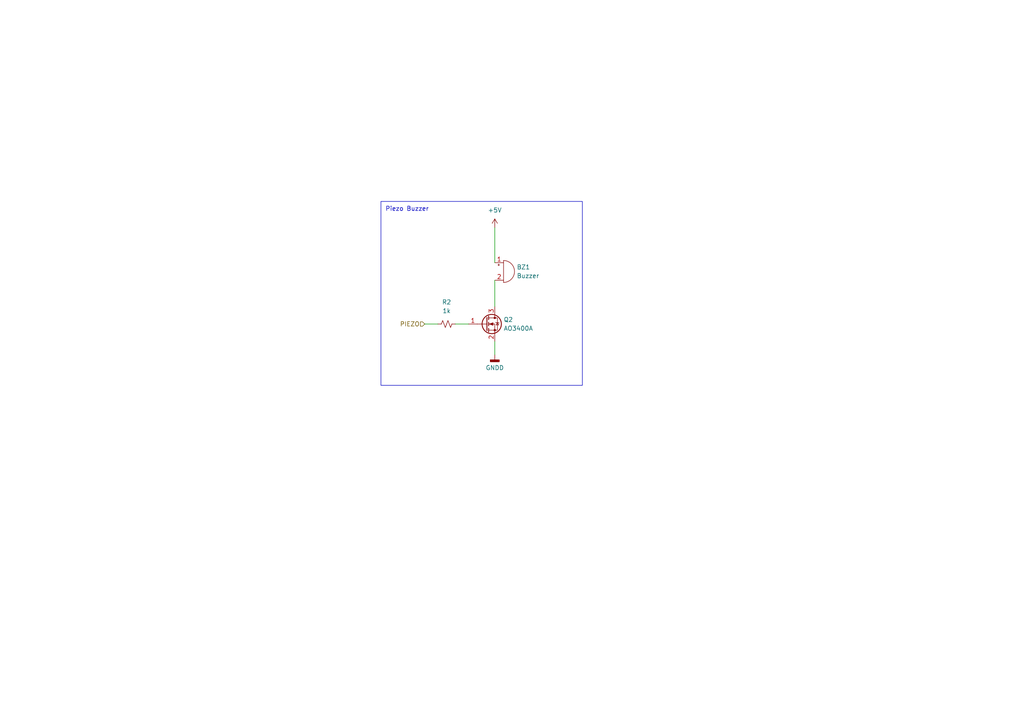
<source format=kicad_sch>
(kicad_sch (version 20231120) (generator "eeschema") (generator_version "8.0")
  (paper "A4")
  (lib_symbols
    (symbol "Device:Buzzer" (pin_names (offset 0.0254) hide)
      (property "Reference" "BZ" (at 3.81 1.27 0))
      (property "Value" "Buzzer" (at 3.81 -1.27 0))
      (symbol "Buzzer_0_1"
        (arc (start 0 -3.175) (mid 3.1612 0) (end 0 3.175))
        (polyline (pts (xy -1.651 1.905) (xy -1.143 1.905)))
        (polyline (pts (xy -1.397 2.159) (xy -1.397 1.651)))
        (polyline (pts (xy 0 3.175) (xy 0 -3.175)))
      )
      (symbol "Buzzer_1_1"
        (pin passive line (at -2.54 2.54 0) (length 2.54) (name "+") (number "1"))
        (pin passive line (at -2.54 -2.54 0) (length 2.54) (name "-") (number "2"))
      )
    )
    (symbol "Device:R_Small_US" (pin_numbers hide) (pin_names (offset 0.254) hide)
      (property "Reference" "R" (at 0.762 0.508 0))
      (property "Value" "R_Small_US" (at 0.762 -1.016 0))
      (symbol "R_Small_US_1_1"
        (polyline (pts (xy 0 0) (xy 1.016 -0.381) (xy 0 -0.762) (xy -1.016 -1.143) (xy 0 -1.524)))
        (polyline (pts (xy 0 1.524) (xy 1.016 1.143) (xy 0 0.762) (xy -1.016 0.381) (xy 0 0)))
        (pin passive line (at 0 2.54 270) (length 1.016) (name "~") (number "1"))
        (pin passive line (at 0 -2.54 90) (length 1.016) (name "~") (number "2"))
      )
    )
    (symbol "Transistor_FET:AO3400A" (pin_names hide)
      (property "Reference" "Q" (at 5.08 1.905 0))
      (property "Value" "AO3400A" (at 5.08 0 0))
      (symbol "AO3400A_0_1"
        (polyline (pts (xy 0.254 0) (xy -2.54 0)))
        (polyline (pts (xy 0.254 1.905) (xy 0.254 -1.905)) (stroke (width 0.254)))
        (polyline (pts (xy 0.762 -1.27) (xy 0.762 -2.286)) (stroke (width 0.254)))
        (polyline (pts (xy 0.762 0.508) (xy 0.762 -0.508)) (stroke (width 0.254)))
        (polyline (pts (xy 0.762 2.286) (xy 0.762 1.27)) (stroke (width 0.254)))
        (polyline (pts (xy 2.54 2.54) (xy 2.54 1.778)))
        (polyline (pts (xy 2.54 -2.54) (xy 2.54 0) (xy 0.762 0)))
        (polyline (pts (xy 0.762 -1.778) (xy 3.302 -1.778) (xy 3.302 1.778) (xy 0.762 1.778)))
        (polyline (pts (xy 1.016 0) (xy 2.032 0.381) (xy 2.032 -0.381) (xy 1.016 0)) (fill (type outline)))
        (polyline (pts (xy 2.794 0.508) (xy 2.921 0.381) (xy 3.683 0.381) (xy 3.81 0.254)))
        (polyline (pts (xy 3.302 0.381) (xy 2.921 -0.254) (xy 3.683 -0.254) (xy 3.302 0.381)))
        (circle (center 1.651 0) (radius 2.794) (stroke (width 0.254)))
        (circle (center 2.54 -1.778) (radius 0.254) (fill (type outline)))
        (circle (center 2.54 1.778) (radius 0.254) (fill (type outline)))
      )
      (symbol "AO3400A_1_1"
        (pin input line (at -5.08 0 0) (length 2.54) (name "G") (number "1"))
        (pin passive line (at 2.54 -5.08 90) (length 2.54) (name "S") (number "2"))
        (pin passive line (at 2.54 5.08 270) (length 2.54) (name "D") (number "3"))
      )
    )
    (symbol "power:+5V" (power) (pin_numbers hide) (pin_names (offset 0) hide)
      (property "Value" "+5V" (at 0 3.556 0))
      (symbol "+5V_0_1"
        (polyline (pts (xy -0.762 1.27) (xy 0 2.54)))
        (polyline (pts (xy 0 0) (xy 0 2.54)))
        (polyline (pts (xy 0 2.54) (xy 0.762 1.27)))
      )
      (symbol "+5V_1_1"
        (pin power_in line (at 0 0 90) (length 0) (name "~") (number "1"))
      )
    )
    (symbol "power:GNDD" (power) (pin_numbers hide) (pin_names (offset 0) hide)
      (property "Value" "GNDD" (at 0 -3.175 0))
      (symbol "GNDD_0_1"
        (rectangle (start -1.27 -1.524) (end 1.27 -2.032) (stroke (width 0.254)) (fill (type outline)))
        (polyline (pts (xy 0 0) (xy 0 -1.524)))
      )
      (symbol "GNDD_1_1"
        (pin power_in line (at 0 0 270) (length 0) (name "~") (number "1"))
      )
    )
  )
  (wire (pts (xy 143.51 99.06) (xy 143.51 102.87)))
  (wire (pts (xy 143.51 66.04) (xy 143.51 76.2)))
  (wire (pts (xy 132.08 93.98) (xy 135.89 93.98)))
  (wire (pts (xy 143.51 81.28) (xy 143.51 88.9)))
  (wire (pts (xy 123.19 93.98) (xy 127 93.98)))
  (rectangle (start 110.49 58.42) (end 168.91 111.76))
  (text "Piezo Buzzer" (at 111.76 61.468 0) (effects (font (size 1.27 1.27)) (justify left bottom)))
  (hierarchical_label "PIEZO" (shape input) (at 123.19 93.98 180))
  (symbol (lib_id "power:+5V") (at 143.51 66.04 0) (unit 1)
    (property "Reference" "#PWR028" (effects (hide yes)))
    (property "Value" "+5V" (at 143.51 60.96 0))
    (property "Description" "Power symbol creates a global label with name \"+5V\"" (effects (hide yes)))
  )
  (symbol (lib_id "Transistor_FET:AO3400A") (at 140.97 93.98 0) (unit 1)
    (property "Reference" "Q2" (at 146.05 92.71 0) (effects (justify left)))
    (property "Value" "AO3400A" (at 146.05 95.25 0) (effects (justify left)))
    (property "Footprint" "Package_TO_SOT_SMD:SOT-23" (effects (hide yes)))
    (property "Datasheet" "http://www.aosmd.com/pdfs/datasheet/AO3400A.pdf" (effects (hide yes)))
    (property "Description" "30V Vds, 5.7A Id, N-Channel MOSFET, SOT-23" (effects (hide yes)))
    (property "LCSC" "C5224194" (effects (hide yes)))
  )
  (symbol (lib_id "Device:R_Small_US") (at 129.54 93.98 270) (unit 1)
    (property "Reference" "R2" (at 129.54 87.63 90))
    (property "Value" "1k" (at 129.54 90.17 90))
    (property "Footprint" "Resistor_SMD:R_0805_2012Metric_Pad1.20x1.40mm_HandSolder" (effects (hide yes)))
    (property "LCSC" "C95781" (effects (hide yes)))
  )
  (symbol (lib_id "Device:Buzzer") (at 146.05 78.74 0) (unit 1)
    (property "Reference" "BZ1" (at 149.86 77.4699 0) (effects (justify left)))
    (property "Value" "Buzzer" (at 149.86 80.0099 0) (effects (justify left)))
    (property "Footprint" "yarrboard:Buzzer_FUET_9.6x9.6" (effects (hide yes)))
    (property "Description" "Buzzer, polarized" (effects (hide yes)))
    (property "LCSC" "C391033" (effects (hide yes)))
  )
  (symbol (lib_id "power:GNDD") (at 143.51 102.87 0) (unit 1)
    (property "Reference" "#PWR038" (effects (hide yes)))
    (property "Value" "GNDD" (at 143.51 106.68 0))
    (property "Description" "Power symbol creates a global label with name \"GNDD\" , digital ground" (effects (hide yes)))
  )
)
</source>
